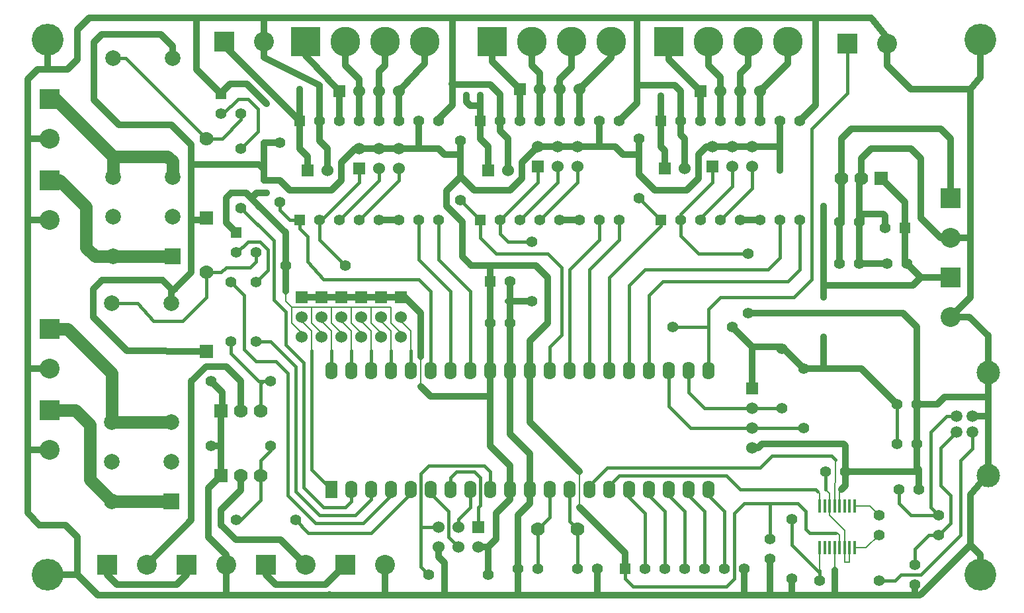
<source format=gbl>
G04 (created by PCBNEW-RS274X (2012-apr-16-27)-stable) date Thu 17 Oct 2013 18:02:28 BST*
G01*
G70*
G90*
%MOIN*%
G04 Gerber Fmt 3.4, Leading zero omitted, Abs format*
%FSLAX34Y34*%
G04 APERTURE LIST*
%ADD10C,0.006000*%
%ADD11C,0.059100*%
%ADD12C,0.118100*%
%ADD13R,0.055000X0.055000*%
%ADD14C,0.055000*%
%ADD15R,0.060000X0.060000*%
%ADD16C,0.060000*%
%ADD17C,0.150000*%
%ADD18R,0.150000X0.150000*%
%ADD19R,0.100000X0.100000*%
%ADD20C,0.100000*%
%ADD21R,0.062000X0.090000*%
%ADD22O,0.062000X0.090000*%
%ADD23R,0.016000X0.065000*%
%ADD24C,0.070000*%
%ADD25R,0.070000X0.070000*%
%ADD26C,0.160000*%
%ADD27R,0.078700X0.078700*%
%ADD28C,0.078700*%
%ADD29C,0.035000*%
%ADD30C,0.032000*%
%ADD31C,0.008000*%
%ADD32C,0.016000*%
%ADD33C,0.064000*%
G04 APERTURE END LIST*
G54D10*
G54D11*
X68100Y-30500D03*
X67300Y-30500D03*
X67300Y-31300D03*
X68100Y-31300D03*
G54D12*
X68900Y-28300D03*
X68900Y-33500D03*
G54D13*
X52400Y-20600D03*
G54D14*
X53400Y-20600D03*
X54400Y-20600D03*
X55400Y-20600D03*
X56400Y-20600D03*
X57400Y-20600D03*
X58400Y-20600D03*
X59400Y-20600D03*
G54D13*
X34200Y-15600D03*
G54D14*
X35200Y-15600D03*
X36200Y-15600D03*
X37200Y-15600D03*
X38200Y-15600D03*
X39200Y-15600D03*
X40200Y-15600D03*
X41200Y-15600D03*
G54D13*
X43300Y-15600D03*
G54D14*
X44300Y-15600D03*
X45300Y-15600D03*
X46300Y-15600D03*
X47300Y-15600D03*
X48300Y-15600D03*
X49300Y-15600D03*
X50300Y-15600D03*
G54D13*
X52400Y-15600D03*
G54D14*
X53400Y-15600D03*
X54400Y-15600D03*
X55400Y-15600D03*
X56400Y-15600D03*
X57400Y-15600D03*
X58400Y-15600D03*
X59400Y-15600D03*
G54D13*
X34200Y-20600D03*
G54D14*
X35200Y-20600D03*
X36200Y-20600D03*
X37200Y-20600D03*
X38200Y-20600D03*
X39200Y-20600D03*
X40200Y-20600D03*
X41200Y-20600D03*
G54D13*
X43300Y-20600D03*
G54D14*
X44300Y-20600D03*
X45300Y-20600D03*
X46300Y-20600D03*
X47300Y-20600D03*
X48300Y-20600D03*
X49300Y-20600D03*
X50300Y-20600D03*
X32750Y-28750D03*
X29750Y-28750D03*
X43700Y-38500D03*
X40700Y-38500D03*
X31000Y-35750D03*
X34000Y-35750D03*
X32750Y-32000D03*
X29750Y-32000D03*
X30750Y-26750D03*
X30750Y-23750D03*
X33200Y-19700D03*
X33200Y-16700D03*
X42300Y-19600D03*
X42300Y-16600D03*
X51300Y-19500D03*
X51300Y-16500D03*
X36500Y-22900D03*
X33500Y-22900D03*
X45900Y-21700D03*
X45900Y-24700D03*
X56800Y-22300D03*
X56800Y-25300D03*
X63400Y-35500D03*
X66400Y-35500D03*
X63400Y-36500D03*
X66400Y-36500D03*
X60400Y-38800D03*
X63400Y-38800D03*
X59000Y-38700D03*
X59000Y-35700D03*
G54D15*
X36200Y-14100D03*
G54D16*
X37200Y-14100D03*
X38200Y-14100D03*
X39200Y-14100D03*
G54D15*
X45300Y-14000D03*
G54D16*
X46300Y-14000D03*
X47300Y-14000D03*
X48300Y-14000D03*
G54D15*
X54400Y-14100D03*
G54D16*
X55400Y-14100D03*
X56400Y-14100D03*
X57400Y-14100D03*
G54D15*
X43200Y-36100D03*
G54D16*
X43200Y-37100D03*
X42200Y-36100D03*
X42200Y-37100D03*
X41200Y-36100D03*
X41200Y-37100D03*
G54D15*
X55000Y-17900D03*
G54D16*
X55000Y-16900D03*
X56000Y-17900D03*
X56000Y-16900D03*
X57000Y-17900D03*
X57000Y-16900D03*
G54D15*
X46200Y-17900D03*
G54D16*
X46200Y-16900D03*
X47200Y-17900D03*
X47200Y-16900D03*
X48200Y-17900D03*
X48200Y-16900D03*
G54D15*
X37200Y-18000D03*
G54D16*
X37200Y-17000D03*
X38200Y-18000D03*
X38200Y-17000D03*
X39200Y-18000D03*
X39200Y-17000D03*
G54D15*
X38300Y-24500D03*
G54D16*
X38300Y-25500D03*
X38300Y-26500D03*
G54D15*
X34300Y-24500D03*
G54D16*
X34300Y-25500D03*
X34300Y-26500D03*
G54D15*
X35300Y-24500D03*
G54D16*
X35300Y-25500D03*
X35300Y-26500D03*
G54D15*
X36300Y-24500D03*
G54D16*
X36300Y-25500D03*
X36300Y-26500D03*
G54D15*
X37300Y-24500D03*
G54D16*
X37300Y-25500D03*
X37300Y-26500D03*
G54D15*
X39300Y-24500D03*
G54D16*
X39300Y-25500D03*
X39300Y-26500D03*
G54D15*
X34600Y-18100D03*
G54D16*
X35600Y-18100D03*
G54D15*
X52600Y-18000D03*
G54D16*
X53600Y-18000D03*
G54D15*
X43700Y-18100D03*
G54D16*
X44700Y-18100D03*
G54D13*
X64700Y-21000D03*
G54D14*
X63700Y-21000D03*
G54D13*
X43800Y-23700D03*
G54D14*
X44800Y-23700D03*
X64800Y-22800D03*
X63800Y-22800D03*
X46200Y-38200D03*
X45200Y-38200D03*
X61400Y-22800D03*
X62400Y-22800D03*
X48200Y-38200D03*
X49200Y-38200D03*
X43800Y-25800D03*
X44800Y-25800D03*
X64300Y-31900D03*
X65300Y-31900D03*
X64300Y-29900D03*
X65300Y-29900D03*
X60700Y-33300D03*
X61700Y-33300D03*
X64400Y-34200D03*
X65400Y-34200D03*
X65200Y-38000D03*
X65200Y-39000D03*
X57900Y-36700D03*
X57900Y-37700D03*
X61400Y-20700D03*
X62400Y-20700D03*
G54D17*
X54800Y-11600D03*
X56800Y-11600D03*
G54D18*
X52800Y-11600D03*
G54D17*
X58800Y-11600D03*
X36500Y-11600D03*
X38500Y-11600D03*
G54D18*
X34500Y-11600D03*
G54D17*
X40500Y-11600D03*
X45900Y-11600D03*
X47900Y-11600D03*
G54D18*
X43900Y-11600D03*
G54D17*
X49900Y-11600D03*
G54D19*
X36500Y-38000D03*
G54D20*
X38500Y-38000D03*
G54D19*
X32500Y-38000D03*
G54D20*
X34500Y-38000D03*
G54D19*
X28500Y-38000D03*
G54D20*
X30500Y-38000D03*
G54D19*
X30400Y-11600D03*
G54D20*
X32400Y-11600D03*
G54D19*
X24500Y-38000D03*
G54D20*
X26500Y-38000D03*
G54D21*
X35800Y-34200D03*
G54D22*
X36800Y-34200D03*
X37800Y-34200D03*
X38800Y-34200D03*
X39800Y-34200D03*
X40800Y-34200D03*
X41800Y-34200D03*
X42800Y-34200D03*
X43800Y-34200D03*
X44800Y-34200D03*
X45800Y-34200D03*
X46800Y-34200D03*
X47800Y-34200D03*
X48800Y-34200D03*
X49800Y-34200D03*
X50800Y-34200D03*
X51800Y-34200D03*
X52800Y-34200D03*
X53800Y-34200D03*
X54800Y-34200D03*
X54800Y-28200D03*
X53800Y-28200D03*
X52800Y-28200D03*
X51800Y-28200D03*
X50800Y-28200D03*
X49800Y-28200D03*
X48800Y-28200D03*
X47800Y-28200D03*
X46800Y-28200D03*
X45800Y-28200D03*
X44800Y-28200D03*
X43800Y-28200D03*
X42800Y-28200D03*
X41800Y-28200D03*
X40800Y-28200D03*
X39800Y-28200D03*
X38800Y-28200D03*
X37800Y-28200D03*
X36800Y-28200D03*
X35800Y-28200D03*
G54D23*
X61175Y-35050D03*
X61425Y-35050D03*
X61675Y-35050D03*
X61925Y-35050D03*
X60425Y-37150D03*
X60425Y-35050D03*
X60675Y-35050D03*
X60925Y-35050D03*
X62175Y-37150D03*
X61925Y-37150D03*
X61675Y-37150D03*
X61425Y-37150D03*
X61175Y-37150D03*
X60925Y-37150D03*
X62175Y-35050D03*
X60675Y-37150D03*
G54D13*
X50600Y-38200D03*
G54D14*
X51600Y-38200D03*
X52600Y-38200D03*
X53600Y-38200D03*
X54600Y-38200D03*
X55600Y-38200D03*
X56600Y-38200D03*
X53000Y-26000D03*
X56000Y-26000D03*
X58500Y-30100D03*
X58500Y-27100D03*
X59600Y-31100D03*
X59600Y-28100D03*
G54D15*
X57000Y-29100D03*
G54D16*
X57000Y-30100D03*
X57000Y-31100D03*
X57000Y-32100D03*
G54D19*
X61800Y-11700D03*
G54D20*
X63800Y-11700D03*
G54D24*
X46200Y-36200D03*
X48200Y-36200D03*
G54D13*
X30250Y-14250D03*
G54D14*
X30250Y-15250D03*
X31250Y-15250D03*
G54D13*
X31000Y-21250D03*
G54D14*
X31000Y-22250D03*
X32000Y-22250D03*
X31250Y-17000D03*
X31250Y-20000D03*
X32000Y-23750D03*
X32000Y-26750D03*
G54D24*
X29500Y-16500D03*
G54D25*
X29500Y-20500D03*
G54D24*
X29500Y-23250D03*
G54D25*
X29500Y-27250D03*
G54D19*
X67000Y-19500D03*
G54D20*
X67000Y-21500D03*
G54D19*
X67000Y-23500D03*
G54D20*
X67000Y-25500D03*
G54D19*
X21600Y-14500D03*
G54D20*
X21600Y-16500D03*
G54D19*
X21600Y-26100D03*
G54D20*
X21600Y-28100D03*
G54D19*
X21600Y-18600D03*
G54D20*
X21600Y-20600D03*
G54D19*
X21600Y-30200D03*
G54D20*
X21600Y-32200D03*
G54D24*
X32250Y-30250D03*
X31250Y-30250D03*
G54D25*
X30250Y-30250D03*
G54D24*
X32250Y-33500D03*
X31250Y-33500D03*
G54D25*
X30250Y-33500D03*
G54D24*
X61500Y-18500D03*
X62500Y-18500D03*
G54D25*
X63500Y-18500D03*
G54D26*
X68500Y-38500D03*
X68500Y-11500D03*
X21500Y-11500D03*
X21500Y-38500D03*
G54D27*
X27800Y-22450D03*
G54D28*
X27800Y-20450D03*
X27800Y-18450D03*
X27800Y-12450D03*
X24800Y-12450D03*
X24800Y-18450D03*
X24800Y-20450D03*
X24800Y-22450D03*
G54D27*
X27750Y-34800D03*
G54D28*
X27750Y-32800D03*
X27750Y-30800D03*
X27750Y-24800D03*
X24750Y-24800D03*
X24750Y-30800D03*
X24750Y-32800D03*
X24750Y-34800D03*
G54D29*
X32550Y-19250D03*
X32550Y-14750D03*
X60600Y-19900D03*
X60600Y-24500D03*
X58400Y-18100D03*
X60600Y-26500D03*
X43300Y-14300D03*
X34200Y-14000D03*
X42600Y-14300D03*
X52400Y-14350D03*
G54D30*
X61500Y-17500D02*
X61500Y-18500D01*
X66500Y-16000D02*
X62000Y-16000D01*
X62000Y-16000D02*
X61500Y-16500D01*
X67000Y-16500D02*
X67000Y-17500D01*
X61500Y-18500D02*
X61500Y-20600D01*
X61500Y-20600D02*
X61400Y-20700D01*
X61500Y-20600D02*
X61400Y-20700D01*
X61400Y-20700D02*
X61400Y-22800D01*
X66500Y-16000D02*
X67000Y-16500D01*
X67000Y-19500D02*
X67000Y-17500D01*
X61500Y-16500D02*
X61500Y-17500D01*
X21600Y-20600D02*
X20500Y-20600D01*
X35200Y-15200D02*
X35200Y-13800D01*
X62400Y-20700D02*
X62400Y-18600D01*
X57300Y-32100D02*
X57500Y-31900D01*
X49250Y-39500D02*
X49300Y-39500D01*
X30500Y-20750D02*
X31000Y-21250D01*
X31000Y-19250D02*
X30750Y-19250D01*
X30250Y-14200D02*
X30700Y-13750D01*
X30250Y-14250D02*
X30250Y-14200D01*
X29600Y-36600D02*
X29600Y-34150D01*
X29750Y-32000D02*
X30250Y-32000D01*
X31775Y-19525D02*
X31500Y-19250D01*
X20500Y-20600D02*
X20500Y-16500D01*
G54D31*
X36800Y-25800D02*
X36800Y-25000D01*
G54D30*
X33500Y-21250D02*
X32125Y-19875D01*
X29750Y-28750D02*
X30300Y-29300D01*
X32400Y-11600D02*
X32400Y-11100D01*
G54D31*
X38800Y-25800D02*
X38800Y-25000D01*
G54D30*
X32050Y-19250D02*
X31775Y-19525D01*
X30500Y-37500D02*
X29600Y-36600D01*
X30750Y-19250D02*
X30500Y-19500D01*
X30500Y-38000D02*
X30500Y-37500D01*
X33500Y-22900D02*
X33500Y-21250D01*
X30300Y-30200D02*
X30250Y-30250D01*
X30500Y-19500D02*
X30500Y-20750D01*
X65200Y-39000D02*
X65200Y-39550D01*
X32125Y-19875D02*
X31775Y-19525D01*
X20500Y-32200D02*
X20500Y-31550D01*
X31500Y-19250D02*
X31000Y-19250D01*
X32550Y-19250D02*
X32050Y-19250D01*
G54D31*
X36800Y-25000D02*
X35800Y-25000D01*
G54D30*
X31550Y-13750D02*
X32550Y-14750D01*
X21500Y-38500D02*
X23000Y-38500D01*
X61175Y-39225D02*
X61175Y-39550D01*
X23000Y-38500D02*
X24050Y-39550D01*
X45200Y-35500D02*
X45800Y-34900D01*
X33500Y-22900D02*
X33500Y-24200D01*
X59000Y-39550D02*
X61200Y-39550D01*
G54D31*
X34300Y-26300D02*
X33800Y-25800D01*
G54D30*
X41900Y-10400D02*
X51100Y-10400D01*
X38500Y-39550D02*
X38500Y-39500D01*
X56600Y-39500D02*
X56600Y-39550D01*
X68000Y-24500D02*
X68000Y-21500D01*
X61700Y-33300D02*
X61700Y-34000D01*
X35200Y-15600D02*
X35200Y-15200D01*
G54D31*
X61425Y-34275D02*
X61500Y-34200D01*
G54D30*
X23600Y-10400D02*
X23000Y-11000D01*
X53400Y-16300D02*
X53600Y-16500D01*
X21000Y-13000D02*
X21500Y-13000D01*
X38500Y-39550D02*
X41500Y-39550D01*
X65000Y-17000D02*
X65500Y-17500D01*
X65200Y-39550D02*
X65050Y-39550D01*
X45200Y-38200D02*
X45200Y-39550D01*
G54D31*
X38300Y-26300D02*
X37800Y-25800D01*
G54D30*
X62400Y-20700D02*
X62400Y-22800D01*
X21073Y-36000D02*
X20500Y-35370D01*
X49200Y-39550D02*
X49250Y-39500D01*
X45900Y-24700D02*
X44800Y-24700D01*
X30300Y-29300D02*
X30300Y-30200D01*
X30700Y-13750D02*
X31550Y-13750D01*
X67000Y-25500D02*
X68000Y-24500D01*
X30250Y-32000D02*
X30250Y-33500D01*
X62400Y-22800D02*
X63800Y-22800D01*
X65300Y-26000D02*
X65300Y-28000D01*
X30250Y-30250D02*
X30250Y-32000D01*
X41500Y-39500D02*
X41500Y-39550D01*
X53600Y-16500D02*
X53600Y-18000D01*
X32400Y-10400D02*
X29000Y-10400D01*
X62500Y-20600D02*
X62400Y-20700D01*
X45800Y-32400D02*
X45800Y-34200D01*
X20500Y-23100D02*
X20500Y-20600D01*
X35725Y-39525D02*
X35725Y-39550D01*
X45200Y-39550D02*
X45200Y-39500D01*
X29000Y-10500D02*
X29000Y-10400D01*
X65500Y-20500D02*
X66500Y-21500D01*
X44800Y-24700D02*
X44700Y-24700D01*
X68500Y-37500D02*
X68000Y-37000D01*
G54D31*
X34300Y-26300D02*
X34300Y-26500D01*
G54D30*
X63000Y-17000D02*
X65000Y-17000D01*
G54D31*
X37300Y-26500D02*
X37300Y-26300D01*
X34800Y-25800D02*
X34800Y-25000D01*
G54D30*
X65300Y-31900D02*
X65300Y-33100D01*
X57900Y-37700D02*
X57900Y-39550D01*
X35200Y-16600D02*
X35600Y-17000D01*
X44800Y-31400D02*
X45800Y-32400D01*
X61200Y-39500D02*
X61200Y-39550D01*
X65000Y-14000D02*
X67000Y-14000D01*
G54D31*
X34800Y-25000D02*
X35800Y-25000D01*
G54D30*
X65300Y-33100D02*
X65400Y-33200D01*
X35400Y-39550D02*
X35725Y-39550D01*
X32400Y-11600D02*
X32400Y-10400D01*
X20500Y-32200D02*
X20550Y-32200D01*
X65050Y-39550D02*
X65450Y-39550D01*
X57500Y-31900D02*
X61600Y-31900D01*
X41500Y-37900D02*
X41500Y-39550D01*
G54D31*
X61175Y-37150D02*
X61175Y-38275D01*
G54D30*
X65500Y-39500D02*
X65500Y-39500D01*
X22400Y-36000D02*
X21073Y-36000D01*
X61200Y-39550D02*
X65050Y-39550D01*
X20500Y-16500D02*
X21600Y-16500D01*
X68000Y-17000D02*
X68000Y-15500D01*
X61200Y-39525D02*
X61200Y-39500D01*
X23000Y-38500D02*
X23000Y-38500D01*
X62500Y-20300D02*
X62500Y-20600D01*
X65450Y-39550D02*
X65500Y-39500D01*
X49300Y-39500D02*
X49300Y-39550D01*
X63600Y-20300D02*
X62500Y-20300D01*
X32400Y-10400D02*
X41900Y-10400D01*
X44700Y-16500D02*
X44700Y-18100D01*
X27500Y-39550D02*
X30500Y-39550D01*
X65300Y-28000D02*
X65300Y-29900D01*
X65300Y-29900D02*
X65300Y-31900D01*
X30500Y-39550D02*
X35400Y-39550D01*
X51100Y-10400D02*
X60200Y-10400D01*
X41500Y-39550D02*
X41500Y-39500D01*
X30200Y-32000D02*
X30250Y-32000D01*
X29600Y-34150D02*
X30250Y-33500D01*
X21500Y-11500D02*
X21500Y-13000D01*
X21600Y-32200D02*
X20500Y-32200D01*
X45200Y-39500D02*
X45200Y-39550D01*
X49200Y-38200D02*
X49200Y-39550D01*
X59000Y-39500D02*
X59000Y-39550D01*
G54D31*
X34800Y-25000D02*
X33800Y-25000D01*
G54D30*
X48650Y-39550D02*
X49300Y-39550D01*
X57300Y-32100D02*
X57000Y-32100D01*
X65400Y-33200D02*
X65400Y-33300D01*
X27500Y-39550D02*
X24050Y-39550D01*
X30250Y-32000D02*
X30200Y-32000D01*
X49300Y-39550D02*
X56600Y-39550D01*
X65500Y-39500D02*
X68000Y-37000D01*
X57900Y-39550D02*
X57900Y-39500D01*
X20500Y-35370D02*
X20500Y-32200D01*
X68500Y-13400D02*
X68000Y-14000D01*
X41900Y-13750D02*
X41900Y-10400D01*
X61700Y-32000D02*
X61600Y-31900D01*
X41900Y-14400D02*
X41900Y-13750D01*
X41900Y-14800D02*
X41900Y-14400D01*
X41200Y-15600D02*
X41200Y-15500D01*
X41200Y-15500D02*
X41900Y-14800D01*
X41200Y-37100D02*
X41200Y-37600D01*
X63700Y-20400D02*
X63600Y-20300D01*
X41200Y-37600D02*
X41500Y-37900D01*
X35200Y-15600D02*
X35200Y-16600D01*
X30500Y-38000D02*
X30500Y-39550D01*
G54D31*
X35300Y-26300D02*
X34800Y-25800D01*
G54D30*
X23000Y-12500D02*
X23000Y-11000D01*
X30250Y-14250D02*
X29000Y-13000D01*
X67999Y-34486D02*
X68550Y-33850D01*
X35700Y-39550D02*
X35725Y-39525D01*
G54D31*
X33800Y-25800D02*
X33800Y-25000D01*
X61425Y-35050D02*
X61425Y-34275D01*
G54D30*
X61175Y-39225D02*
X61175Y-38275D01*
X30500Y-39500D02*
X30500Y-39550D01*
G54D31*
X36300Y-26300D02*
X36300Y-26500D01*
G54D30*
X29000Y-10400D02*
X29000Y-10500D01*
X35600Y-17000D02*
X35600Y-18100D01*
X66500Y-21500D02*
X67000Y-21500D01*
X21600Y-28100D02*
X20500Y-28100D01*
X68900Y-30500D02*
X68850Y-30450D01*
X21500Y-13000D02*
X22500Y-13000D01*
X60200Y-11000D02*
X60200Y-14800D01*
X51200Y-13800D02*
X51200Y-10400D01*
X51200Y-10400D02*
X51100Y-10400D01*
X35200Y-13800D02*
X32402Y-12400D01*
X44800Y-28200D02*
X44800Y-31400D01*
X44700Y-24700D02*
X44800Y-24700D01*
X53400Y-15600D02*
X53400Y-14100D01*
X66350Y-29900D02*
X66700Y-29550D01*
X68100Y-30500D02*
X68900Y-30500D01*
X68850Y-30450D02*
X68900Y-30450D01*
X62500Y-18500D02*
X62500Y-17500D01*
X65000Y-14000D02*
X63800Y-12800D01*
X51250Y-13800D02*
X51200Y-13800D01*
X51200Y-13800D02*
X51250Y-13800D01*
X53100Y-13800D02*
X51200Y-13800D01*
X66700Y-29550D02*
X68900Y-29550D01*
X53400Y-14100D02*
X53100Y-13800D01*
X41900Y-13775D02*
X41875Y-13750D01*
X41875Y-13750D02*
X41900Y-13775D01*
X41900Y-13775D02*
X41900Y-13750D01*
X44325Y-14275D02*
X43825Y-13775D01*
X44300Y-15600D02*
X44325Y-14275D01*
X43825Y-13775D02*
X41900Y-13775D01*
X68900Y-26450D02*
X68900Y-28300D01*
G54D31*
X39300Y-26300D02*
X38800Y-25800D01*
G54D30*
X68000Y-37000D02*
X67999Y-34486D01*
X44800Y-25800D02*
X44800Y-28200D01*
X67950Y-25500D02*
X68900Y-26450D01*
X38500Y-39500D02*
X38500Y-39550D01*
X68550Y-33850D02*
X68900Y-33500D01*
X35725Y-39550D02*
X38500Y-39550D01*
X68000Y-14000D02*
X68000Y-15500D01*
X61500Y-34200D02*
X61600Y-34100D01*
X67000Y-25500D02*
X67950Y-25500D01*
X68900Y-30450D02*
X68900Y-33500D01*
X68900Y-29550D02*
X68900Y-30450D01*
X68900Y-28300D02*
X68900Y-29550D01*
X63800Y-12800D02*
X63800Y-11700D01*
G54D31*
X35300Y-26500D02*
X35300Y-26300D01*
G54D30*
X65300Y-29900D02*
X66350Y-29900D01*
X20500Y-13600D02*
X20500Y-13500D01*
X45200Y-38200D02*
X45200Y-35500D01*
X67000Y-14000D02*
X68000Y-14000D01*
X56600Y-39550D02*
X56600Y-39500D01*
X53400Y-15600D02*
X53400Y-16300D01*
X20500Y-28100D02*
X20500Y-23100D01*
X63800Y-11700D02*
X63800Y-11405D01*
X63800Y-11405D02*
X62996Y-10400D01*
G54D31*
X37800Y-25000D02*
X36800Y-25000D01*
X37800Y-25000D02*
X38800Y-25000D01*
G54D30*
X51200Y-14300D02*
X51200Y-13800D01*
X51200Y-14700D02*
X51200Y-14300D01*
X50300Y-15600D02*
X51200Y-14700D01*
X68000Y-21500D02*
X67000Y-21500D01*
X65400Y-34200D02*
X65400Y-33300D01*
X42850Y-39550D02*
X45200Y-39550D01*
X22500Y-13000D02*
X23000Y-12500D01*
X20500Y-13600D02*
X20500Y-16500D01*
X20550Y-32200D02*
X20500Y-32200D01*
X60200Y-10400D02*
X62996Y-10400D01*
X44800Y-23700D02*
X44800Y-24700D01*
X61175Y-39550D02*
X61200Y-39525D01*
X59000Y-39550D02*
X59000Y-39500D01*
X44300Y-15600D02*
X44300Y-16100D01*
X60200Y-10400D02*
X60200Y-11000D01*
X68500Y-38500D02*
X68500Y-37500D01*
X63700Y-21000D02*
X63700Y-20400D01*
X26400Y-10400D02*
X23700Y-10400D01*
X64600Y-25300D02*
X65300Y-26000D01*
X62400Y-18600D02*
X62500Y-18500D01*
X57900Y-39550D02*
X59000Y-39550D01*
G54D31*
X39300Y-26300D02*
X39300Y-26500D01*
G54D30*
X44800Y-24700D02*
X44800Y-25800D01*
G54D31*
X33500Y-24700D02*
X33800Y-25000D01*
G54D30*
X45200Y-39550D02*
X48650Y-39550D01*
X57900Y-39500D02*
X57900Y-39550D01*
X41500Y-39550D02*
X42850Y-39550D01*
X38500Y-38000D02*
X38500Y-39550D01*
X65400Y-33300D02*
X65400Y-33200D01*
X61700Y-34000D02*
X61500Y-34200D01*
X20500Y-31550D02*
X20500Y-28100D01*
X56800Y-25300D02*
X64600Y-25300D01*
X29000Y-13000D02*
X29000Y-10400D01*
X62500Y-17500D02*
X63000Y-17000D01*
G54D31*
X37800Y-25800D02*
X37800Y-25000D01*
G54D30*
X45800Y-34900D02*
X45800Y-34200D01*
X23700Y-10400D02*
X23600Y-10400D01*
X56600Y-38200D02*
X56600Y-39550D01*
X30500Y-39550D02*
X30500Y-39500D01*
X20500Y-13500D02*
X21000Y-13000D01*
X29000Y-10400D02*
X26400Y-10400D01*
X56600Y-39550D02*
X57900Y-39550D01*
G54D31*
X38300Y-26500D02*
X38300Y-26300D01*
G54D30*
X60200Y-14800D02*
X59400Y-15600D01*
X65500Y-17500D02*
X65500Y-20500D01*
G54D31*
X35800Y-25000D02*
X35800Y-25800D01*
G54D30*
X59000Y-38700D02*
X59000Y-39550D01*
X68000Y-21500D02*
X68000Y-17000D01*
X44300Y-16100D02*
X44700Y-16500D01*
G54D31*
X33500Y-24700D02*
X33500Y-24200D01*
G54D30*
X23000Y-38500D02*
X23000Y-36600D01*
X61700Y-33300D02*
X61700Y-32000D01*
X32402Y-12400D02*
X32400Y-11600D01*
X68500Y-11500D02*
X68500Y-13400D01*
X61700Y-33300D02*
X65400Y-33300D01*
G54D31*
X35800Y-25800D02*
X36300Y-26300D01*
G54D30*
X23000Y-36600D02*
X22400Y-36000D01*
G54D31*
X37300Y-26300D02*
X36800Y-25800D01*
G54D32*
X57000Y-30100D02*
X58500Y-30100D01*
X57000Y-30100D02*
X54600Y-30100D01*
X54600Y-30100D02*
X53800Y-29300D01*
X53800Y-29300D02*
X53800Y-28200D01*
X57000Y-31100D02*
X53900Y-31100D01*
X57000Y-31100D02*
X59600Y-31100D01*
X52800Y-30000D02*
X52800Y-28200D01*
X53900Y-31100D02*
X52800Y-30000D01*
G54D31*
X61200Y-32700D02*
X61175Y-35050D01*
G54D32*
X58000Y-32500D02*
X57400Y-33100D01*
X48800Y-34000D02*
X49700Y-33100D01*
X56300Y-33100D02*
X57400Y-33100D01*
X61200Y-32700D02*
X61000Y-32500D01*
X49700Y-33100D02*
X56300Y-33100D01*
X61000Y-32500D02*
X58000Y-32500D01*
X48800Y-34200D02*
X48800Y-34000D01*
G54D31*
X60425Y-34425D02*
X60425Y-35050D01*
G54D32*
X56400Y-34200D02*
X60200Y-34200D01*
X49800Y-34200D02*
X49800Y-34000D01*
X50300Y-33500D02*
X55700Y-33500D01*
X60200Y-34200D02*
X60300Y-34300D01*
X49800Y-34000D02*
X50300Y-33500D01*
G54D31*
X60425Y-34425D02*
X60300Y-34300D01*
G54D32*
X55700Y-33500D02*
X56400Y-34200D01*
X43300Y-35000D02*
X43300Y-33600D01*
X43000Y-33300D02*
X42100Y-33300D01*
X41800Y-33600D02*
X41800Y-34200D01*
X42100Y-33300D02*
X41800Y-33600D01*
X43200Y-36100D02*
X43200Y-35100D01*
X43200Y-35100D02*
X43300Y-35000D01*
X43300Y-33600D02*
X43000Y-33300D01*
X40800Y-34400D02*
X41700Y-35300D01*
X41700Y-35300D02*
X41700Y-36600D01*
X40800Y-34200D02*
X40800Y-34400D01*
X41700Y-36600D02*
X42200Y-37100D01*
X39800Y-34400D02*
X37800Y-36400D01*
X34650Y-36400D02*
X34000Y-35750D01*
X34800Y-36400D02*
X34650Y-36400D01*
X37800Y-36400D02*
X34800Y-36400D01*
X39800Y-34200D02*
X39800Y-34400D01*
X35000Y-35900D02*
X33600Y-34500D01*
X31400Y-27100D02*
X31400Y-27150D01*
X33600Y-34500D02*
X33600Y-31500D01*
X33600Y-28350D02*
X33000Y-27750D01*
X33600Y-31500D02*
X33600Y-31400D01*
X38800Y-34500D02*
X37400Y-35900D01*
X38800Y-34200D02*
X38800Y-34500D01*
X30750Y-23750D02*
X31400Y-24400D01*
X31400Y-27100D02*
X31400Y-24400D01*
X37400Y-35900D02*
X35000Y-35900D01*
X33600Y-28350D02*
X33600Y-31500D01*
X33000Y-27750D02*
X32000Y-27750D01*
X31400Y-27150D02*
X32000Y-27750D01*
X31250Y-35750D02*
X32250Y-34750D01*
X32750Y-32000D02*
X32750Y-32250D01*
X32250Y-32750D02*
X32250Y-33500D01*
X32750Y-32250D02*
X32250Y-32750D01*
X31000Y-35750D02*
X31250Y-35750D01*
X32250Y-34750D02*
X32250Y-33500D01*
G54D30*
X30250Y-36000D02*
X31000Y-36750D01*
X31000Y-36750D02*
X33250Y-36750D01*
X31250Y-33500D02*
X31250Y-34250D01*
X33250Y-36750D02*
X34500Y-38000D01*
X30250Y-35250D02*
X30250Y-36000D01*
X31250Y-34250D02*
X30250Y-35250D01*
X32500Y-38500D02*
X33000Y-39000D01*
X35500Y-39000D02*
X36500Y-38000D01*
X33000Y-39000D02*
X35500Y-39000D01*
X32500Y-38000D02*
X32500Y-38500D01*
X24500Y-38500D02*
X25000Y-39000D01*
X25000Y-39000D02*
X28000Y-39000D01*
X24500Y-38000D02*
X24500Y-38500D01*
X28500Y-38500D02*
X28500Y-38000D01*
X28000Y-39000D02*
X28500Y-38500D01*
X28750Y-28750D02*
X28750Y-34250D01*
X31250Y-28750D02*
X30500Y-28000D01*
X28750Y-34250D02*
X28750Y-35750D01*
X30500Y-28000D02*
X29500Y-28000D01*
X31250Y-30250D02*
X31250Y-28750D01*
X29500Y-28000D02*
X28750Y-28750D01*
X28750Y-35750D02*
X26500Y-38000D01*
X52800Y-11600D02*
X52800Y-12500D01*
X54400Y-14100D02*
X54400Y-15600D01*
X52800Y-12500D02*
X54400Y-14100D01*
X55400Y-13400D02*
X54800Y-12800D01*
X55400Y-14100D02*
X55400Y-15600D01*
X54800Y-12800D02*
X54800Y-11600D01*
X55400Y-14100D02*
X55400Y-13400D01*
X56800Y-12800D02*
X56800Y-11600D01*
X56400Y-13200D02*
X56800Y-12800D01*
X56400Y-14100D02*
X56400Y-13200D01*
X56400Y-14100D02*
X56400Y-15600D01*
X58800Y-11600D02*
X58800Y-12700D01*
X58800Y-12700D02*
X57400Y-14100D01*
X57400Y-14100D02*
X57400Y-15600D01*
X45300Y-14000D02*
X45300Y-15600D01*
X43900Y-12600D02*
X45300Y-14000D01*
X43900Y-11600D02*
X43900Y-12600D01*
X46300Y-14000D02*
X46300Y-15600D01*
X46300Y-13200D02*
X45900Y-12800D01*
X46300Y-14000D02*
X46300Y-13200D01*
X45900Y-12800D02*
X45900Y-11600D01*
X47900Y-12900D02*
X47900Y-11600D01*
X47300Y-13500D02*
X47900Y-12900D01*
X47300Y-14000D02*
X47300Y-13500D01*
X47300Y-14000D02*
X47300Y-15600D01*
X49900Y-12400D02*
X48300Y-14000D01*
X49900Y-11600D02*
X49900Y-12400D01*
X48300Y-14000D02*
X48300Y-15600D01*
X36200Y-14100D02*
X36200Y-15600D01*
X34500Y-11600D02*
X34500Y-12300D01*
X34500Y-12300D02*
X36200Y-14100D01*
X37200Y-14100D02*
X37200Y-15600D01*
X36500Y-12800D02*
X36500Y-11600D01*
X37200Y-13500D02*
X36500Y-12800D01*
X37200Y-14100D02*
X37200Y-13500D01*
X38200Y-15600D02*
X38200Y-14100D01*
X38200Y-14100D02*
X38200Y-13100D01*
X38500Y-12800D02*
X38500Y-11600D01*
X38200Y-13100D02*
X38500Y-12800D01*
X40500Y-11600D02*
X40500Y-12700D01*
X39200Y-14100D02*
X39200Y-15600D01*
X40500Y-12700D02*
X39200Y-14100D01*
G54D32*
X46200Y-18700D02*
X46200Y-17900D01*
X44300Y-20600D02*
X46200Y-18700D01*
X44300Y-21300D02*
X44700Y-21700D01*
X44300Y-20600D02*
X44300Y-21300D01*
X44700Y-21700D02*
X45900Y-21700D01*
G54D33*
X22900Y-30200D02*
X23650Y-30950D01*
X21600Y-30200D02*
X22900Y-30200D01*
X23650Y-30950D02*
X23650Y-33700D01*
X23650Y-33700D02*
X24750Y-34800D01*
X24750Y-34800D02*
X27750Y-34800D01*
X22500Y-26100D02*
X24750Y-28350D01*
X24750Y-28350D02*
X24750Y-30800D01*
X24750Y-30800D02*
X27750Y-30800D01*
X21600Y-26100D02*
X22500Y-26100D01*
G54D32*
X55600Y-35300D02*
X55600Y-38200D01*
X54800Y-34200D02*
X54800Y-34500D01*
X54800Y-34500D02*
X55600Y-35300D01*
X51600Y-35400D02*
X51600Y-38200D01*
X50800Y-34200D02*
X50800Y-34600D01*
X50800Y-34600D02*
X51600Y-35400D01*
X51800Y-34200D02*
X51800Y-34500D01*
X51800Y-34500D02*
X52600Y-35300D01*
X52600Y-35300D02*
X52600Y-38200D01*
X52800Y-34200D02*
X52800Y-34500D01*
X52800Y-34500D02*
X53600Y-35300D01*
X53600Y-35300D02*
X53600Y-38200D01*
X54600Y-35300D02*
X54600Y-38200D01*
X53800Y-34200D02*
X53800Y-34500D01*
X53800Y-34500D02*
X54600Y-35300D01*
X46200Y-36200D02*
X46200Y-38200D01*
X46800Y-35600D02*
X46200Y-36200D01*
X46800Y-34200D02*
X46800Y-35600D01*
X48200Y-36200D02*
X48200Y-38200D01*
X47800Y-34200D02*
X47800Y-35800D01*
X47800Y-35800D02*
X48200Y-36200D01*
G54D30*
X47300Y-20600D02*
X48300Y-20600D01*
X38200Y-20600D02*
X39200Y-20600D01*
G54D32*
X47200Y-18700D02*
X47200Y-17900D01*
X45300Y-20600D02*
X47200Y-18700D01*
X46300Y-20600D02*
X48200Y-18700D01*
X48200Y-18700D02*
X48200Y-17900D01*
X36200Y-20600D02*
X38200Y-18600D01*
X38200Y-18600D02*
X38200Y-18000D01*
X39200Y-18600D02*
X39200Y-18000D01*
X37200Y-20600D02*
X39200Y-18600D01*
X56000Y-18900D02*
X56000Y-17900D01*
X54400Y-20600D02*
X54400Y-20500D01*
X54400Y-20500D02*
X56000Y-18900D01*
X55400Y-20600D02*
X57000Y-19000D01*
X57000Y-19000D02*
X57000Y-17900D01*
G54D30*
X57400Y-20600D02*
X56400Y-20600D01*
G54D31*
X62950Y-35050D02*
X63400Y-35500D01*
X62175Y-35050D02*
X62950Y-35050D01*
X62750Y-37150D02*
X63400Y-36500D01*
X62175Y-37150D02*
X62750Y-37150D01*
X61675Y-37150D02*
X61675Y-36275D01*
X60925Y-35525D02*
X60925Y-35050D01*
X61925Y-37875D02*
X61675Y-37875D01*
G54D32*
X60700Y-33300D02*
X60700Y-34200D01*
G54D31*
X60925Y-34425D02*
X60700Y-34200D01*
X60925Y-35525D02*
X61500Y-36100D01*
X61925Y-37875D02*
X61925Y-37150D01*
X61675Y-36275D02*
X61500Y-36100D01*
X60925Y-34425D02*
X60925Y-35050D01*
X61675Y-37150D02*
X61675Y-37875D01*
G54D32*
X66000Y-35100D02*
X66000Y-31300D01*
X66400Y-35500D02*
X66000Y-35100D01*
X66800Y-30500D02*
X67300Y-30500D01*
X66000Y-31300D02*
X66800Y-30500D01*
X64400Y-34200D02*
X64400Y-34900D01*
X65000Y-35500D02*
X66400Y-35500D01*
X64400Y-34900D02*
X65000Y-35500D01*
X55000Y-18700D02*
X53400Y-20300D01*
X55000Y-17900D02*
X55000Y-18700D01*
X54300Y-22300D02*
X56800Y-22300D01*
X53400Y-20300D02*
X53400Y-20600D01*
X53400Y-21400D02*
X54300Y-22300D01*
X53400Y-20600D02*
X53400Y-21400D01*
X35200Y-20600D02*
X35200Y-21600D01*
X37200Y-18700D02*
X37200Y-18000D01*
X35200Y-20600D02*
X35300Y-20600D01*
X35300Y-20600D02*
X35800Y-20100D01*
X35200Y-21600D02*
X36500Y-22900D01*
X35800Y-20100D02*
X37200Y-18700D01*
X31100Y-14500D02*
X31600Y-14500D01*
X32100Y-15000D02*
X32100Y-16150D01*
X30350Y-15250D02*
X31100Y-14500D01*
X31600Y-14500D02*
X32100Y-15000D01*
X32100Y-16150D02*
X31250Y-17000D01*
X30250Y-15250D02*
X30350Y-15250D01*
G54D33*
X24800Y-18450D02*
X24800Y-17600D01*
X25000Y-17400D02*
X27550Y-17400D01*
X27800Y-17650D02*
X27800Y-18450D01*
X27550Y-17400D02*
X27800Y-17650D01*
X21600Y-14500D02*
X21900Y-14500D01*
X24800Y-17400D02*
X25000Y-17400D01*
X21900Y-14500D02*
X24800Y-17400D01*
X24800Y-17600D02*
X25000Y-17400D01*
X22100Y-18600D02*
X23450Y-19950D01*
X24800Y-22450D02*
X27800Y-22450D01*
X23450Y-19950D02*
X23450Y-22000D01*
G54D32*
X21600Y-18600D02*
X21850Y-18600D01*
G54D33*
X21600Y-18600D02*
X22100Y-18600D01*
X23450Y-22000D02*
X23900Y-22450D01*
X23900Y-22450D02*
X24800Y-22450D01*
G54D32*
X60425Y-38300D02*
X60425Y-38425D01*
G54D31*
X60425Y-38300D02*
X60425Y-38325D01*
G54D32*
X60425Y-38425D02*
X60425Y-38975D01*
X59000Y-37000D02*
X60425Y-38425D01*
G54D31*
X60425Y-37150D02*
X60425Y-38300D01*
G54D32*
X59000Y-35700D02*
X59000Y-37000D01*
X60425Y-38975D02*
X60400Y-38800D01*
X65500Y-38500D02*
X67500Y-36500D01*
X67500Y-36500D02*
X67500Y-34100D01*
X68100Y-32150D02*
X68100Y-31300D01*
X67500Y-32750D02*
X68100Y-32150D01*
X64500Y-38500D02*
X65500Y-38500D01*
X64200Y-38800D02*
X64500Y-38500D01*
X67500Y-34100D02*
X67500Y-32750D01*
X63400Y-38800D02*
X64200Y-38800D01*
X32600Y-22100D02*
X32600Y-23150D01*
X31000Y-22250D02*
X31050Y-22250D01*
X32200Y-21700D02*
X32600Y-22100D01*
X31050Y-22250D02*
X31600Y-21700D01*
X31600Y-21700D02*
X32200Y-21700D01*
X32600Y-23150D02*
X32000Y-23750D01*
X25450Y-12450D02*
X29500Y-16500D01*
X31250Y-15250D02*
X31250Y-15550D01*
X30300Y-16500D02*
X29500Y-16500D01*
X31250Y-15550D02*
X30300Y-16500D01*
X24800Y-12450D02*
X25450Y-12450D01*
X31700Y-23000D02*
X32000Y-22700D01*
X29500Y-23250D02*
X30250Y-23250D01*
X26050Y-24800D02*
X26851Y-25700D01*
X30250Y-23250D02*
X30500Y-23000D01*
X24750Y-24800D02*
X26050Y-24800D01*
X32000Y-22700D02*
X32000Y-22250D01*
X28300Y-25700D02*
X29500Y-24500D01*
X30500Y-23000D02*
X31700Y-23000D01*
X26851Y-25700D02*
X28300Y-25700D01*
X29500Y-24500D02*
X29500Y-23250D01*
X66500Y-34000D02*
X66500Y-32100D01*
X66400Y-36500D02*
X67000Y-35900D01*
X67000Y-34500D02*
X67000Y-35900D01*
X66500Y-34000D02*
X67000Y-34500D01*
X66500Y-32100D02*
X67300Y-31300D01*
X66400Y-36500D02*
X65900Y-36500D01*
X65900Y-36500D02*
X65200Y-37200D01*
X65200Y-37200D02*
X65200Y-38000D01*
X32300Y-28800D02*
X32300Y-28750D01*
X32250Y-28750D02*
X32300Y-28800D01*
X32250Y-30250D02*
X32250Y-28750D01*
X32300Y-28750D02*
X32750Y-28750D01*
X32150Y-28750D02*
X32300Y-28750D01*
X30750Y-26750D02*
X30750Y-27350D01*
X30750Y-27350D02*
X32150Y-28750D01*
X34400Y-27813D02*
X34400Y-28600D01*
X36800Y-34200D02*
X36800Y-34800D01*
X36500Y-35100D02*
X35400Y-35100D01*
X33500Y-25250D02*
X33500Y-26900D01*
X34400Y-34100D02*
X34400Y-28600D01*
X35400Y-35100D02*
X34400Y-34100D01*
X33500Y-26900D02*
X34400Y-27813D01*
X32900Y-21650D02*
X31250Y-20000D01*
X33500Y-25250D02*
X32900Y-24650D01*
X36800Y-34800D02*
X36500Y-35100D01*
X32900Y-24650D02*
X32900Y-21650D01*
X34000Y-30800D02*
X34000Y-30250D01*
X37800Y-34700D02*
X37000Y-35500D01*
X32750Y-26750D02*
X32000Y-26750D01*
X34000Y-34300D02*
X34000Y-30800D01*
X37000Y-35500D02*
X35200Y-35500D01*
X37800Y-34200D02*
X37800Y-34700D01*
X34000Y-28000D02*
X32750Y-26750D01*
X34000Y-30250D02*
X34000Y-30200D01*
X35200Y-35500D02*
X34000Y-34300D01*
X34000Y-30250D02*
X34000Y-28000D01*
X40300Y-38100D02*
X40700Y-38500D01*
X41200Y-36100D02*
X40300Y-36100D01*
X40300Y-33400D02*
X40700Y-33000D01*
X40700Y-33000D02*
X43500Y-33000D01*
X40300Y-36100D02*
X40300Y-38100D01*
X43500Y-33000D02*
X43800Y-33300D01*
X43800Y-33300D02*
X43800Y-34200D01*
X40300Y-36100D02*
X40300Y-33400D01*
X42200Y-35700D02*
X42800Y-35100D01*
X42200Y-36100D02*
X42200Y-35700D01*
X42800Y-35100D02*
X42800Y-34200D01*
G54D30*
X41200Y-17000D02*
X41500Y-17300D01*
X60600Y-24500D02*
X60600Y-23900D01*
G54D32*
X59300Y-34900D02*
X57900Y-34900D01*
G54D30*
X37200Y-17000D02*
X37000Y-17000D01*
X23800Y-25500D02*
X25500Y-27200D01*
X39500Y-24500D02*
X40300Y-25300D01*
X60600Y-23900D02*
X60600Y-19900D01*
G54D32*
X56100Y-35400D02*
X56100Y-38700D01*
G54D30*
X46200Y-16900D02*
X45400Y-17700D01*
X42300Y-17300D02*
X42200Y-17300D01*
X51300Y-17300D02*
X51300Y-16500D01*
X58400Y-17800D02*
X58400Y-16900D01*
X49300Y-15600D02*
X49300Y-16900D01*
G54D32*
X64300Y-29900D02*
X64300Y-31900D01*
X59700Y-35300D02*
X59300Y-34900D01*
G54D30*
X24250Y-23650D02*
X23800Y-24100D01*
X43700Y-37100D02*
X43200Y-37100D01*
X43800Y-23300D02*
X43800Y-23300D01*
X43700Y-37100D02*
X43700Y-38500D01*
X54700Y-16900D02*
X54300Y-17300D01*
X36300Y-18600D02*
X35800Y-19100D01*
X54300Y-17300D02*
X54300Y-18500D01*
X58400Y-16300D02*
X58400Y-15600D01*
X53700Y-19100D02*
X52100Y-19100D01*
X54300Y-18500D02*
X53700Y-19100D01*
X51300Y-18300D02*
X51300Y-17300D01*
X28750Y-16800D02*
X28750Y-17800D01*
G54D32*
X55700Y-39100D02*
X51000Y-39100D01*
G54D30*
X43800Y-23700D02*
X43800Y-23300D01*
G54D31*
X48300Y-35000D02*
X48300Y-35100D01*
G54D30*
X40800Y-29500D02*
X40400Y-29100D01*
X50600Y-37400D02*
X48300Y-35100D01*
X52100Y-19100D02*
X51300Y-18300D01*
X64700Y-19800D02*
X64700Y-19700D01*
X55000Y-16900D02*
X54700Y-16900D01*
X58400Y-18100D02*
X58400Y-17800D01*
X42300Y-17300D02*
X42300Y-16600D01*
X45800Y-30800D02*
X48300Y-33300D01*
X44800Y-34700D02*
X44100Y-35400D01*
X39500Y-24500D02*
X39300Y-24500D01*
X65100Y-23900D02*
X65500Y-23500D01*
X45400Y-18500D02*
X44800Y-19100D01*
X40200Y-15600D02*
X40200Y-17000D01*
X43000Y-19100D02*
X42300Y-18400D01*
X57000Y-16900D02*
X57800Y-16900D01*
X42300Y-17300D02*
X41500Y-17300D01*
X64700Y-21000D02*
X64700Y-22700D01*
G54D31*
X48300Y-35100D02*
X48300Y-33300D01*
G54D30*
X43800Y-23700D02*
X43800Y-25800D01*
G54D31*
X61300Y-36400D02*
X61200Y-36400D01*
G54D30*
X38300Y-24500D02*
X39300Y-24500D01*
X64800Y-22800D02*
X65500Y-23500D01*
G54D31*
X61300Y-36400D02*
X61200Y-36400D01*
G54D30*
X64700Y-22700D02*
X64800Y-22800D01*
G54D31*
X40300Y-29000D02*
X40400Y-29000D01*
G54D30*
X50600Y-38200D02*
X50600Y-37400D01*
X38200Y-17000D02*
X37200Y-17000D01*
X43800Y-25800D02*
X43800Y-28200D01*
X39200Y-17000D02*
X38200Y-17000D01*
X44800Y-19100D02*
X43000Y-19100D01*
X60600Y-28100D02*
X62500Y-28100D01*
X60600Y-28100D02*
X60600Y-26500D01*
X27300Y-23650D02*
X24250Y-23650D01*
X49300Y-16900D02*
X50100Y-16900D01*
X39700Y-17000D02*
X40200Y-17000D01*
X44100Y-36700D02*
X43700Y-37100D01*
G54D31*
X61425Y-36525D02*
X61300Y-36400D01*
G54D30*
X39700Y-17000D02*
X39200Y-17000D01*
G54D32*
X61200Y-36400D02*
X59900Y-36400D01*
G54D31*
X48300Y-35100D02*
X48300Y-35000D01*
G54D30*
X43800Y-23300D02*
X43800Y-22900D01*
X44800Y-34200D02*
X44800Y-34700D01*
X50500Y-17300D02*
X51300Y-17300D01*
X64700Y-21000D02*
X64700Y-19800D01*
X43800Y-29500D02*
X43800Y-28200D01*
X45800Y-30800D02*
X45800Y-28200D01*
X40200Y-17000D02*
X41200Y-17000D01*
X44800Y-33000D02*
X43800Y-32000D01*
X57800Y-16900D02*
X58400Y-16900D01*
X50100Y-16900D02*
X50500Y-17300D01*
X23800Y-24100D02*
X23800Y-25500D01*
X56000Y-26000D02*
X57000Y-27000D01*
X48200Y-16900D02*
X49300Y-16900D01*
X27750Y-24800D02*
X27750Y-24100D01*
X41600Y-19900D02*
X42400Y-20700D01*
X42300Y-18400D02*
X42300Y-18450D01*
G54D31*
X61425Y-37150D02*
X61425Y-36525D01*
G54D30*
X41600Y-19150D02*
X41600Y-19900D01*
X42300Y-18450D02*
X41600Y-19150D01*
X42400Y-20700D02*
X42400Y-22450D01*
X48300Y-35100D02*
X48300Y-35100D01*
X57000Y-27000D02*
X58400Y-27000D01*
X27750Y-15800D02*
X28750Y-16800D01*
X28750Y-20600D02*
X28750Y-23250D01*
X40400Y-29100D02*
X40300Y-29000D01*
X42850Y-22900D02*
X43500Y-22900D01*
G54D31*
X61425Y-36525D02*
X61300Y-36400D01*
G54D30*
X45800Y-26700D02*
X45800Y-28200D01*
X27750Y-24100D02*
X27300Y-23650D01*
X27750Y-24250D02*
X27900Y-24100D01*
X42300Y-18400D02*
X42300Y-17300D01*
G54D31*
X40300Y-29000D02*
X40300Y-27500D01*
G54D32*
X50600Y-38700D02*
X50600Y-38200D01*
X57900Y-36700D02*
X57900Y-34900D01*
X56100Y-38700D02*
X55700Y-39100D01*
G54D30*
X45400Y-17700D02*
X45400Y-18500D01*
X43800Y-28200D02*
X43800Y-22950D01*
X40300Y-25300D02*
X40300Y-27500D01*
X46700Y-23500D02*
X46700Y-25800D01*
X46100Y-22900D02*
X44000Y-22900D01*
X43750Y-22900D02*
X44000Y-22900D01*
X46400Y-23200D02*
X46700Y-23500D01*
X46400Y-23200D02*
X46100Y-22900D01*
X42400Y-22450D02*
X42850Y-22900D01*
X46700Y-25800D02*
X45800Y-26700D01*
X28750Y-20600D02*
X29400Y-20600D01*
X43800Y-22950D02*
X43750Y-22900D01*
G54D32*
X57900Y-34900D02*
X56600Y-34900D01*
G54D30*
X28750Y-17800D02*
X32150Y-17800D01*
X36300Y-24500D02*
X37300Y-24500D01*
X27800Y-11850D02*
X27200Y-11250D01*
X64700Y-19700D02*
X63500Y-18500D01*
X34200Y-19100D02*
X33700Y-19100D01*
X58500Y-27100D02*
X58600Y-27100D01*
X42200Y-17300D02*
X42300Y-17300D01*
X33200Y-18600D02*
X32400Y-18600D01*
X32150Y-17800D02*
X32400Y-18050D01*
X43500Y-22900D02*
X43750Y-22900D01*
G54D32*
X51000Y-39100D02*
X50600Y-38700D01*
X59900Y-36400D02*
X59700Y-36200D01*
G54D30*
X62500Y-28100D02*
X64300Y-29900D01*
X44800Y-34200D02*
X44800Y-33000D01*
X60600Y-23900D02*
X65100Y-23900D01*
G54D32*
X59700Y-36200D02*
X59700Y-35300D01*
G54D30*
X55000Y-16900D02*
X56000Y-16900D01*
X25500Y-27200D02*
X29500Y-27250D01*
X44100Y-35400D02*
X44100Y-36700D01*
X35300Y-24500D02*
X36300Y-24500D01*
X28750Y-18850D02*
X28750Y-20600D01*
X65500Y-23500D02*
X67000Y-23500D01*
X36300Y-17700D02*
X36300Y-18600D01*
X28750Y-17800D02*
X28750Y-18850D01*
X34300Y-24500D02*
X35300Y-24500D01*
X27900Y-24650D02*
X27750Y-24800D01*
X23850Y-11650D02*
X23850Y-14550D01*
X33700Y-19100D02*
X33200Y-18600D01*
X58400Y-16900D02*
X58400Y-16300D01*
X37000Y-17000D02*
X36300Y-17700D01*
X43800Y-29500D02*
X40800Y-29500D01*
X27800Y-11850D02*
X27800Y-12450D01*
X25100Y-15800D02*
X27750Y-15800D01*
X35800Y-19100D02*
X34200Y-19100D01*
X43800Y-32000D02*
X43800Y-29500D01*
X56000Y-16900D02*
X57000Y-16900D01*
X24250Y-11250D02*
X23850Y-11650D01*
G54D32*
X56600Y-34900D02*
X56100Y-35400D01*
G54D31*
X40400Y-29000D02*
X40400Y-29100D01*
G54D30*
X59600Y-28100D02*
X60600Y-28100D01*
X47200Y-16900D02*
X48200Y-16900D01*
X58600Y-27100D02*
X59600Y-28100D01*
X46200Y-16900D02*
X47200Y-16900D01*
X27200Y-11250D02*
X24250Y-11250D01*
X37300Y-24500D02*
X38300Y-24500D01*
X33200Y-16700D02*
X32400Y-16700D01*
X32400Y-18050D02*
X32400Y-18600D01*
X32400Y-16700D02*
X32400Y-18050D01*
X57000Y-27000D02*
X57000Y-29100D01*
X23850Y-14550D02*
X25100Y-15800D01*
X27750Y-24800D02*
X27750Y-24250D01*
X58400Y-27000D02*
X58500Y-27100D01*
X29400Y-20600D02*
X29500Y-20500D01*
X28750Y-23250D02*
X27900Y-24100D01*
X34600Y-17400D02*
X34600Y-18100D01*
X43300Y-15600D02*
X43300Y-16500D01*
X34200Y-15600D02*
X34200Y-17000D01*
X34200Y-17000D02*
X34600Y-17400D01*
X34200Y-15600D02*
X34200Y-15600D01*
X43300Y-14850D02*
X43300Y-15600D01*
X43700Y-16900D02*
X43700Y-18100D01*
X52400Y-15600D02*
X52400Y-16900D01*
X43300Y-16500D02*
X43700Y-16900D01*
X30400Y-11800D02*
X34200Y-15600D01*
X52600Y-17100D02*
X52600Y-18000D01*
X30400Y-11600D02*
X30400Y-11800D01*
X52400Y-16900D02*
X52600Y-17100D01*
X34200Y-15600D02*
X34200Y-14000D01*
X52400Y-15600D02*
X52400Y-14350D01*
X42800Y-14850D02*
X43300Y-14850D01*
X42600Y-14650D02*
X42800Y-14850D01*
X42600Y-14300D02*
X42600Y-14650D01*
X43300Y-14300D02*
X43300Y-14850D01*
G54D32*
X42800Y-24200D02*
X41200Y-22600D01*
X42800Y-28200D02*
X42800Y-24200D01*
X41200Y-22600D02*
X41200Y-20600D01*
X38800Y-28200D02*
X38800Y-27200D01*
G54D31*
X38300Y-25700D02*
X38300Y-25500D01*
X38800Y-26200D02*
X38800Y-27200D01*
X38300Y-25700D02*
X38800Y-26200D01*
X39800Y-26200D02*
X39800Y-27200D01*
X39300Y-25700D02*
X39300Y-25500D01*
G54D32*
X39800Y-28200D02*
X39800Y-27200D01*
G54D31*
X39300Y-25700D02*
X39800Y-26200D01*
G54D32*
X40200Y-20600D02*
X40200Y-22600D01*
X40200Y-22600D02*
X41800Y-24200D01*
X41800Y-24200D02*
X41800Y-28200D01*
X40800Y-28200D02*
X40800Y-24200D01*
X35400Y-23600D02*
X34600Y-22700D01*
X40200Y-23600D02*
X35400Y-23600D01*
X40800Y-24200D02*
X40200Y-23600D01*
X33700Y-20600D02*
X34200Y-20600D01*
X33200Y-20100D02*
X33700Y-20600D01*
X34600Y-21450D02*
X34200Y-21050D01*
X33200Y-19700D02*
X33200Y-20100D01*
X34600Y-22700D02*
X34600Y-21450D01*
X34200Y-21050D02*
X34200Y-20600D01*
X50300Y-20600D02*
X50300Y-21600D01*
X48800Y-23100D02*
X48800Y-28200D01*
X50300Y-21600D02*
X48800Y-23100D01*
G54D31*
X36300Y-25700D02*
X36300Y-25500D01*
G54D32*
X36800Y-28200D02*
X36800Y-27200D01*
G54D31*
X36800Y-26200D02*
X36800Y-27200D01*
X36300Y-25700D02*
X36800Y-26200D01*
G54D32*
X37800Y-28200D02*
X37800Y-27200D01*
G54D31*
X37300Y-25700D02*
X37300Y-25500D01*
X37300Y-25700D02*
X37800Y-26200D01*
X37800Y-26200D02*
X37800Y-27200D01*
G54D32*
X49300Y-21600D02*
X47800Y-23100D01*
X47800Y-23100D02*
X47800Y-28200D01*
X49300Y-20600D02*
X49300Y-21600D01*
X46800Y-27000D02*
X47400Y-26400D01*
X46700Y-22300D02*
X44100Y-22300D01*
X46800Y-28200D02*
X46800Y-27000D01*
X44100Y-22300D02*
X43300Y-21500D01*
X42300Y-19600D02*
X43300Y-20600D01*
X47400Y-26400D02*
X47400Y-23000D01*
X43300Y-21500D02*
X43300Y-20600D01*
X47400Y-23000D02*
X46700Y-22300D01*
X51800Y-28200D02*
X51800Y-24400D01*
X51800Y-24400D02*
X52500Y-23700D01*
X52500Y-23700D02*
X58800Y-23700D01*
X58800Y-23700D02*
X59400Y-23100D01*
X59400Y-23100D02*
X59400Y-20600D01*
G54D31*
X34300Y-25700D02*
X34800Y-26200D01*
X34800Y-26200D02*
X34800Y-27200D01*
G54D32*
X34800Y-33200D02*
X35800Y-34200D01*
X34800Y-27200D02*
X34800Y-33200D01*
G54D31*
X34300Y-25500D02*
X34300Y-25700D01*
X35300Y-25700D02*
X35800Y-26200D01*
X35800Y-26200D02*
X35800Y-27200D01*
X35300Y-25700D02*
X35300Y-25500D01*
G54D32*
X35800Y-28200D02*
X35800Y-27200D01*
X61800Y-14200D02*
X60000Y-16000D01*
X60000Y-16000D02*
X60000Y-16500D01*
X60000Y-23600D02*
X60000Y-16500D01*
X54800Y-26000D02*
X54800Y-28200D01*
X54800Y-25100D02*
X54800Y-26000D01*
X54800Y-25100D02*
X55400Y-24500D01*
X55400Y-24500D02*
X59100Y-24500D01*
X59100Y-24500D02*
X60000Y-23600D01*
X54800Y-26000D02*
X53000Y-26000D01*
X61800Y-11700D02*
X61800Y-14200D01*
X58400Y-20600D02*
X58400Y-22500D01*
X50800Y-23900D02*
X50800Y-28200D01*
X51600Y-23100D02*
X50800Y-23900D01*
X57800Y-23100D02*
X51600Y-23100D01*
X58400Y-22500D02*
X57800Y-23100D01*
X51300Y-19500D02*
X52400Y-20600D01*
X52400Y-20600D02*
X52400Y-20900D01*
X49800Y-23500D02*
X49800Y-28200D01*
X52400Y-20900D02*
X49800Y-23500D01*
M02*

</source>
